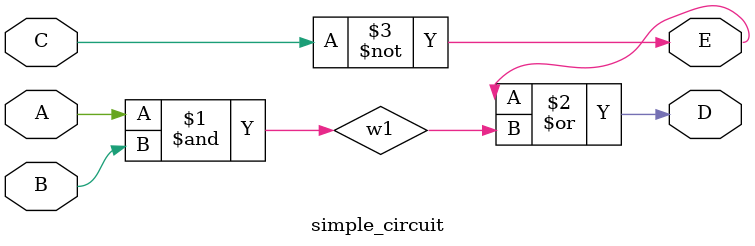
<source format=v>
module simple_circuit
(A, B, C, D, E);
output D, E;
input A, B, C;
wire w1;
and G1 (w1,A,B);
not G2 (E,C);
or G3 (D,E,w1);
endmodule
</source>
